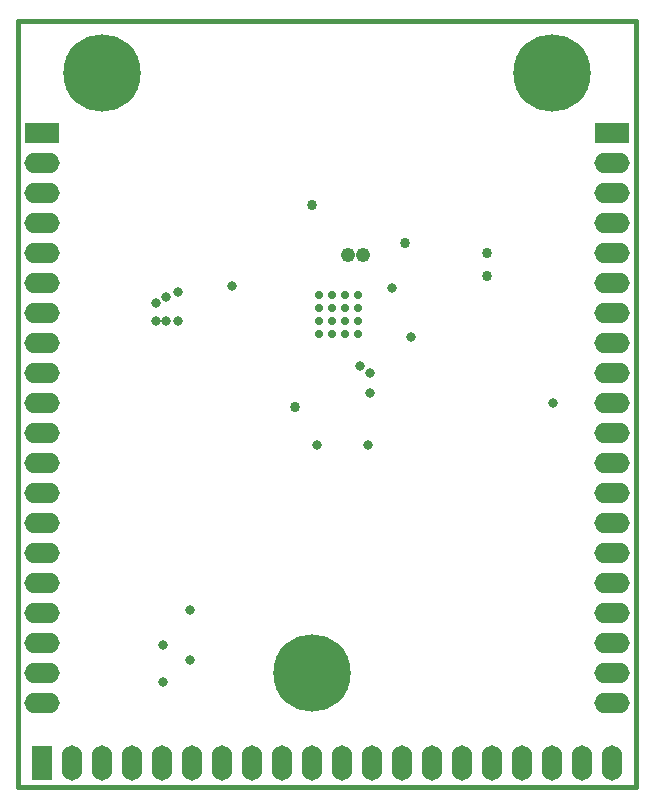
<source format=gbs>
G04 Layer_Color=16711935*
%FSLAX25Y25*%
%MOIN*%
G70*
G01*
G75*
%ADD21C,0.01500*%
%ADD42C,0.25800*%
%ADD43O,0.11800X0.06800*%
%ADD44R,0.11800X0.06800*%
%ADD45O,0.06800X0.11800*%
%ADD46R,0.06800X0.11800*%
%ADD47C,0.03200*%
%ADD48C,0.03400*%
%ADD49C,0.02769*%
%ADD50C,0.04800*%
D21*
X100000Y100000D02*
X306000D01*
Y355500D01*
X161500D02*
X306000D01*
X112500D02*
X161500D01*
X102500D02*
X112500D01*
X100000Y100000D02*
Y355500D01*
X102500D01*
D42*
X278000Y338000D02*
D03*
X128000D02*
D03*
X198000Y138000D02*
D03*
D43*
X298000Y128000D02*
D03*
Y138000D02*
D03*
Y148000D02*
D03*
Y158000D02*
D03*
Y168000D02*
D03*
Y178000D02*
D03*
Y188000D02*
D03*
Y198000D02*
D03*
Y208000D02*
D03*
Y218000D02*
D03*
Y228000D02*
D03*
Y238000D02*
D03*
Y248000D02*
D03*
Y258000D02*
D03*
Y268000D02*
D03*
Y278000D02*
D03*
Y288000D02*
D03*
Y298000D02*
D03*
Y308000D02*
D03*
X108000Y128000D02*
D03*
Y138000D02*
D03*
Y148000D02*
D03*
Y158000D02*
D03*
Y168000D02*
D03*
Y178000D02*
D03*
Y188000D02*
D03*
Y198000D02*
D03*
Y208000D02*
D03*
Y218000D02*
D03*
Y228000D02*
D03*
Y238000D02*
D03*
Y248000D02*
D03*
Y258000D02*
D03*
Y268000D02*
D03*
Y278000D02*
D03*
Y288000D02*
D03*
Y298000D02*
D03*
Y308000D02*
D03*
D44*
X298000Y318000D02*
D03*
X108000D02*
D03*
D45*
X298000Y108000D02*
D03*
X288000D02*
D03*
X278000D02*
D03*
X268000D02*
D03*
X258000D02*
D03*
X248000D02*
D03*
X238000D02*
D03*
X228000D02*
D03*
X218000D02*
D03*
X208000D02*
D03*
X198000D02*
D03*
X188000D02*
D03*
X178000D02*
D03*
X168000D02*
D03*
X158000D02*
D03*
X148000D02*
D03*
X138000D02*
D03*
X128000D02*
D03*
X118000D02*
D03*
D46*
X108000D02*
D03*
D47*
X216700Y214200D02*
D03*
X199700Y214300D02*
D03*
X278500Y228000D02*
D03*
X171500Y267000D02*
D03*
X231000Y250000D02*
D03*
X224866Y266366D02*
D03*
X153500Y265000D02*
D03*
Y255500D02*
D03*
X157500Y142500D02*
D03*
Y159000D02*
D03*
X217500Y231500D02*
D03*
X148500Y135000D02*
D03*
Y147500D02*
D03*
X217500Y238000D02*
D03*
X149500Y263500D02*
D03*
X146000Y255500D02*
D03*
Y261500D02*
D03*
X149500Y255500D02*
D03*
X213937Y240500D02*
D03*
D48*
X192228Y226847D02*
D03*
X256500Y270500D02*
D03*
Y278000D02*
D03*
X229000Y281500D02*
D03*
X198000Y294000D02*
D03*
D49*
X200551Y264004D02*
D03*
X204882D02*
D03*
X209213D02*
D03*
X213543D02*
D03*
X200551Y259673D02*
D03*
X204882D02*
D03*
X209213D02*
D03*
X213543D02*
D03*
X200551Y255343D02*
D03*
X204882D02*
D03*
X209213D02*
D03*
X213543D02*
D03*
X200551Y251012D02*
D03*
X204882D02*
D03*
X209213D02*
D03*
X213543D02*
D03*
D50*
X215000Y277500D02*
D03*
X210000D02*
D03*
M02*

</source>
